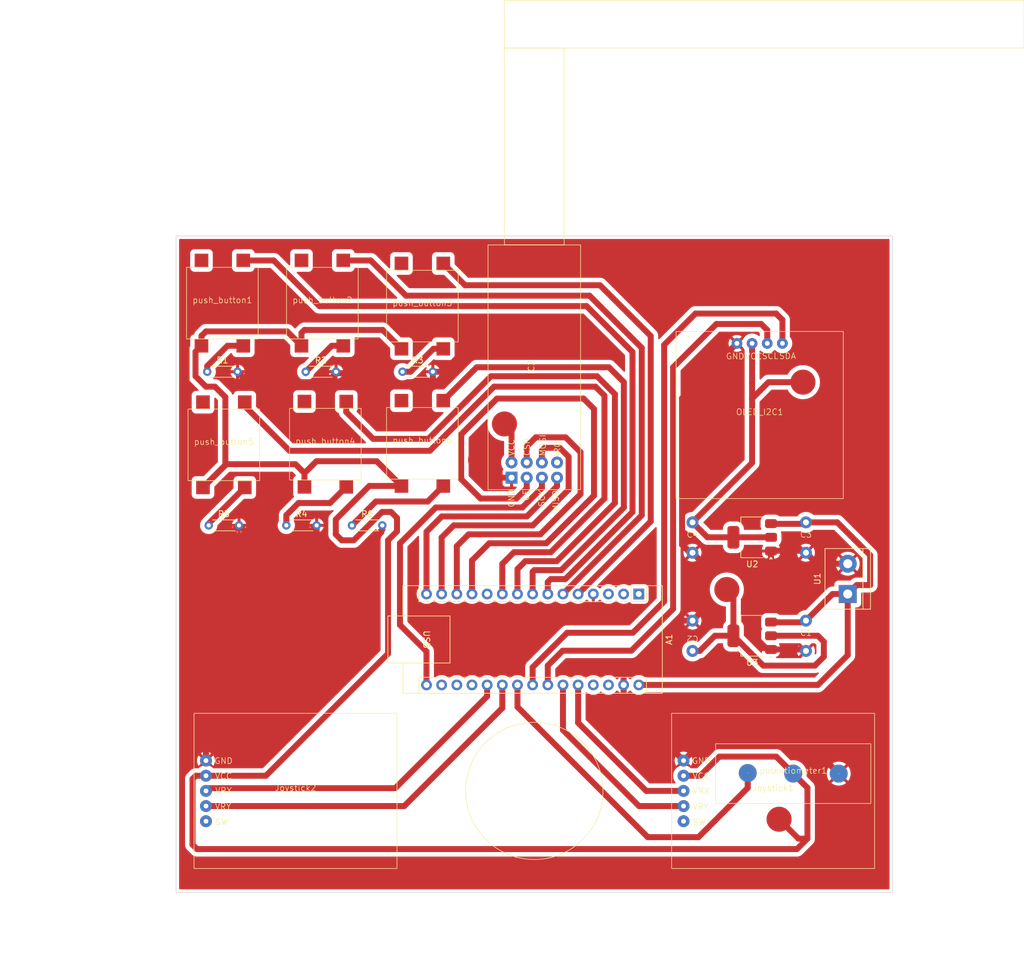
<source format=kicad_pcb>
(kicad_pcb (version 20240108) (generator "pcbnew") (generator_version "8.0")
  (layers (0 "F.Cu" signal) (31 "B.Cu" signal) (34 "B.Paste" user) (35 "F.Paste" user) (36 "B.SilkS" user "B.Silkscreen") (37 "F.SilkS" user "F.Silkscreen") (38 "B.Mask" user) (39 "F.Mask" user) (44 "Edge.Cuts" user))
  (net 0 "")
  (net 1 "B4")
  (net 2 "I2C2_SDA")
  (net 3 "B3")
  (net 4 "B2")
  (net 5 "GND")
  (net 6 "SPI2_CSN")
  (net 7 "SPI2_MOSI")
  (net 8 "I2C2_SCL")
  (net 9 "B1")
  (net 10 "B5")
  (net 11 "SPI2_SCK")
  (net 12 "AX1")
  (net 13 "B6")
  (net 14 "3.3V")
  (net 15 "NRF_CE")
  (net 16 "SPI2_MISO")
  (net 17 "AY1")
  (net 18 "AX2")
  (net 19 "AY2")
  (net 20 "POT")
  (net 22 "Net-(R1-Pad1)")
  (net 24 "Net-(R2-Pad1)")
  (net 27 "Net-(R3-Pad1)")
  (net 28 "Net-(R4-Pad1)")
  (net 30 "Net-(R5-Pad1)")
  (net 32 "Net-(R6-Pad1)")
  (net 34 "VIN")
  (net 44 "5V")
  (footprint "M4_PCB:Push_Button" (layer "F.Cu") (at 113 56.25)
    (property "Reference" "push_button2" (at 0 -0.5 0) (layer "F.SilkS") (effects (font (thickness 0.1))))
    (property "Value" "~")
    (fp_rect (start -6 -6) (end 6 6) (stroke (width 0.1)) (fill none) (layer "F.SilkS"))
    (pad "1" smd rect (at -3.5 -7.143) (size 2.286 2.286) (layers "F.Cu" "F.Paste" "F.Mask"))
    (pad "2" smd rect (at 3.5 -7.143) (size 2.286 2.286) (layers "F.Cu" "F.Paste" "F.Mask") (net 4 "B2"))
    (pad "3" smd rect (at -3.5 7.143) (size 2.286 2.286) (layers "F.Cu" "F.Paste" "F.Mask") (net 44 "5V"))
    (pad "4" smd rect (at 3.5 7.143) (size 2.286 2.286) (layers "F.Cu" "F.Paste" "F.Mask") (net 24 "Net-(R2-Pad1)"))
  )
  (footprint "M4_PCB:two_pin_headers2.54" (layer "F.Cu") (at 194 95.5375)
    (property "Reference" "C3" (at 0 -0.5 0) (layer "F.SilkS") (effects (font (thickness 0.1))))
    (property "Value" "C_Polarized")
    (pad "1" thru_hole circle (at 0 -2.54) (size 2 2) (drill 1) (layers "*.Cu" "*.Mask") (net 34 "VIN"))
    (pad "2" thru_hole circle (at 0 2.54) (size 2 2) (drill 1) (layers "*.Cu" "*.Mask") (net 5 "GND"))
  )
  (footprint "Resistor_THT:R_Axial_DIN0204_L3.6mm_D1.6mm_P5.08mm_Horizontal" (layer "F.Cu") (at 106.96 93.5)
    (property "Reference" "R4" (at 2.54 -1.92 0) (layer "F.SilkS"))
    (property "Value" "10K")
    (fp_line (start 0.62 -0.92) (end 4.46 -0.92) (stroke (width 0.12)) (layer "F.SilkS"))
    (fp_line (start 0.62 0.92) (end 4.46 0.92) (stroke (width 0.12)) (layer "F.SilkS"))
    (pad "1" thru_hole circle (at 0 0) (size 1.4 1.4) (drill 0.7) (layers "*.Cu" "*.Mask") (net 28 "Net-(R4-Pad1)"))
    (pad "2" thru_hole oval (at 5.08 0) (size 1.4 1.4) (drill 0.7) (layers "*.Cu" "*.Mask") (net 5 "GND"))
  )
  (footprint "M4_PCB:OLED" (layer "F.Cu") (at 186.25 75)
    (property "Reference" "OLED_I2C1" (at 0 -0.5 0) (layer "F.SilkS") (effects (font (thickness 0.1))))
    (property "Value" "~")
    (fp_rect (start -14 -14) (end 14 14) (stroke (width 0.1)) (fill none) (layer "F.SilkS"))
    (fp_text user "SDA" (at 3.2 -9.3 0) (layer "F.SilkS") (effects (font (thickness 0.1)) (justify left bottom)))
    (fp_text user "GND" (at -5.7 -9.25 0) (layer "F.SilkS") (effects (font (thickness 0.1)) (justify left bottom)))
    (fp_text user "SCL" (at 0.3 -9.3 0) (layer "F.SilkS") (effects (font (thickness 0.1)) (justify left bottom)))
    (fp_text user "VCC" (at -2.5 -9.25 0) (layer "F.SilkS") (effects (font (thickness 0.1)) (justify left bottom)))
    (pad "1" thru_hole circle (at -3.81 -12) (size 1.8 1.8) (drill 0.8) (layers "*.Cu" "*.Mask") (net 5 "GND"))
    (pad "2" thru_hole circle (at -1.27 -12) (size 1.8 1.8) (drill 0.8) (layers "*.Cu" "*.Mask") (net 14 "3.3V"))
    (pad "3" thru_hole circle (at 1.27 -12) (size 1.8 1.8) (drill 0.8) (layers "*.Cu" "*.Mask") (net 8 "I2C2_SCL"))
    (pad "4" thru_hole circle (at 3.81 -12) (size 1.8 1.8) (drill 0.8) (layers "*.Cu" "*.Mask") (net 2 "I2C2_SDA"))
  )
  (footprint "M4_PCB:Push_Button" (layer "F.Cu") (at 129.75 56.75)
    (property "Reference" "push_button3" (at 0 -0.5 0) (layer "F.SilkS") (effects (font (thickness 0.1))))
    (property "Value" "~")
    (fp_rect (start -6 -6) (end 6 6) (stroke (width 0.1)) (fill none) (layer "F.SilkS"))
    (pad "1" smd rect (at -3.5 -7.143) (size 2.286 2.286) (layers "F.Cu" "F.Paste" "F.Mask"))
    (pad "2" smd rect (at 3.5 -7.143) (size 2.286 2.286) (layers "F.Cu" "F.Paste" "F.Mask") (net 3 "B3"))
    (pad "3" smd rect (at -3.5 7.143) (size 2.286 2.286) (layers "F.Cu" "F.Paste" "F.Mask") (net 44 "5V"))
    (pad "4" smd rect (at 3.5 7.143) (size 2.286 2.286) (layers "F.Cu" "F.Paste" "F.Mask") (net 27 "Net-(R3-Pad1)"))
  )
  (footprint "M4_PCB:POT" (layer "F.Cu") (at 191.87 135.1)
    (property "Reference" "potentiometer1" (at 0 -0.5 0) (layer "F.SilkS") (effects (font (thickness 0.1))))
    (property "Value" "~")
    (fp_rect (start -13 -5) (end 13 5) (stroke (width 0.1)) (fill none) (layer "F.SilkS"))
    (pad "1" thru_hole circle (at -7.62 -0.1) (size 3 3) (drill 0.1) (layers "*.Cu" "*.Mask") (net 20 "POT"))
    (pad "2" thru_hole circle (at 0 0) (size 3 3) (drill 0.1) (layers "*.Cu" "*.Mask") (net 44 "5V"))
    (pad "3" thru_hole circle (at 7.62 0) (size 3 3) (drill 0.11) (layers "*.Cu" "*.Mask") (net 5 "GND"))
  )
  (footprint "M4_PCB:two_pin_headers2.54" (layer "F.Cu") (at 194 112)
    (property "Reference" "C1" (at 0 -0.5 0) (layer "F.SilkS") (effects (font (thickness 0.1))))
    (property "Value" "C_Polarized")
    (pad "1" thru_hole circle (at 0 -2.54) (size 2 2) (drill 1) (layers "*.Cu" "*.Mask") (net 34 "VIN"))
    (pad "2" thru_hole circle (at 0 2.54) (size 2 2) (drill 1) (layers "*.Cu" "*.Mask") (net 5 "GND"))
  )
  (footprint "M4_PCB:Joystick" (layer "F.Cu") (at 108.5 138)
    (property "Reference" "Joystick2" (at 0 -0.5 0) (layer "F.SilkS") (effects (font (thickness 0.1))))
    (property "Value" "~")
    (fp_rect (start -17 -13) (end 17 13) (stroke (width 0.1)) (fill none) (layer "F.SilkS"))
    (fp_text user "SW" (at -13.5 5.8 0) (layer "F.SilkS") (effects (font (thickness 0.1)) (justify left bottom)))
    (fp_text user "VRY" (at -13.55 3.2 0) (layer "F.SilkS") (effects (font (thickness 0.1)) (justify left bottom)))
    (fp_text user "VRX" (at -13.5 0.55 0) (layer "F.SilkS") (effects (font (thickness 0.1)) (justify left bottom)))
    (fp_text user "VCC" (at -13.55 -1.9 0) (layer "F.SilkS") (effects (font (thickness 0.1)) (justify left bottom)))
    (fp_text user "GND" (at -13.65 -4.45 0) (layer "F.SilkS") (effects (font (thickness 0.1)) (justify left bottom)))
    (pad "1" thru_hole circle (at -15 -5.08) (size 2 2) (drill 0.8) (layers "*.Cu" "*.Mask") (net 5 "GND"))
    (pad "2" thru_hole circle (at -15 -2.54) (size 2 2) (drill 0.8) (layers "*.Cu" "*.Mask") (net 44 "5V"))
    (pad "3" thru_hole circle (at -15 0) (size 2 2) (drill 0.8) (layers "*.Cu" "*.Mask") (net 18 "AX2"))
    (pad "4" thru_hole circle (at -15 2.54) (size 2 2) (drill 0.8) (layers "*.Cu" "*.Mask") (net 19 "AY2"))
    (pad "5" thru_hole circle (at -15 5.08) (size 2 2) (drill 0.8) (layers "*.Cu" "*.Mask"))
  )
  (footprint "M4_PCB:Push_Button" (layer "F.Cu") (at 129.75 79.75)
    (property "Reference" "push_button6" (at 0 -0.5 0) (layer "F.SilkS") (effects (font (thickness 0.1))))
    (property "Value" "~")
    (fp_rect (start -6 -6) (end 6 6) (stroke (width 0.1)) (fill none) (layer "F.SilkS"))
    (pad "1" smd rect (at -3.5 -7.143) (size 2.286 2.286) (layers "F.Cu" "F.Paste" "F.Mask"))
    (pad "2" smd rect (at 3.5 -7.143) (size 2.286 2.286) (layers "F.Cu" "F.Paste" "F.Mask") (net 13 "B6"))
    (pad "3" smd rect (at -3.5 7.143) (size 2.286 2.286) (layers "F.Cu" "F.Paste" "F.Mask") (net 44 "5V"))
    (pad "4" smd rect (at 3.5 7.143) (size 2.286 2.286) (layers "F.Cu" "F.Paste" "F.Mask") (net 32 "Net-(R6-Pad1)"))
  )
  (footprint "M4_PCB:two_pin_headers2.54" (layer "F.Cu") (at 175 95.5375)
    (property "Reference" "C4" (at 0 -0.5 0) (layer "F.SilkS") (effects (font (thickness 0.1))))
    (property "Value" "C_Polarized")
    (pad "1" thru_hole circle (at 0 -2.54) (size 2 2) (drill 1) (layers "*.Cu" "*.Mask") (net 14 "3.3V"))
    (pad "2" thru_hole circle (at 0 2.54) (size 2 2) (drill 1) (layers "*.Cu" "*.Mask") (net 5 "GND"))
  )
  (footprint "M4_PCB:Joystick" (layer "F.Cu") (at 188.5 138)
    (property "Reference" "Joystick1" (at 0 -0.5 0) (layer "F.SilkS") (effects (font (thickness 0.1))))
    (property "Value" "~")
    (fp_rect (start -17 -13) (end 17 13) (stroke (width 0.1)) (fill none) (layer "F.SilkS"))
    (fp_text user "GND" (at -13.65 -4.45 0) (layer "F.SilkS") (effects (font (thickness 0.1)) (justify left bottom)))
    (fp_text user "VCC" (at -13.55 -1.9 0) (layer "F.SilkS") (effects (font (thickness 0.1)) (justify left bottom)))
    (fp_text user "VRX" (at -13.5 0.55 0) (layer "F.SilkS") (effects (font (thickness 0.1)) (justify left bottom)))
    (fp_text user "VRY" (at -13.55 3.2 0) (layer "F.SilkS") (effects (font (thickness 0.1)) (justify left bottom)))
    (fp_text user "SW" (at -13.5 5.8 0) (layer "F.SilkS") (effects (font (thickness 0.1)) (justify left bottom)))
    (pad "1" thru_hole circle (at -15 -5.08) (size 2 2) (drill 0.8) (layers "*.Cu" "*.Mask") (net 5 "GND"))
    (pad "2" thru_hole circle (at -15 -2.54) (size 2 2) (drill 0.8) (layers "*.Cu" "*.Mask") (net 44 "5V"))
    (pad "3" thru_hole circle (at -15 0) (size 2 2) (drill 0.8) (layers "*.Cu" "*.Mask") (net 12 "AX1"))
    (pad "4" thru_hole circle (at -15 2.54) (size 2 2) (drill 0.8) (layers "*.Cu" "*.Mask") (net 17 "AY1"))
    (pad "5" thru_hole circle (at -15 5.08) (size 2 2) (drill 0.8) (layers "*.Cu" "*.Mask"))
  )
  (footprint "M4_PCB:two_pin_headers2.54" (layer "F.Cu") (at 175 112 180)
    (property "Reference" "C2" (at 0 -0.5 180) (layer "F.SilkS") (effects (font (thickness 0.1))))
    (property "Value" "C_Polarized")
    (pad "1" thru_hole circle (at 0 -2.54 180) (size 2 2) (drill 1) (layers "*.Cu" "*.Mask") (net 44 "5V"))
    (pad "2" thru_hole circle (at 0 2.54 180) (size 2 2) (drill 1) (layers "*.Cu" "*.Mask") (net 5 "GND"))
  )
  (footprint "Module:Arduino_Nano" (layer "F.Cu") (at 166 105 -90)
    (property "Reference" "A1" (at 7.62 -5.08 90) (layer "F.SilkS"))
    (property "Value" "Arduino_Nano_Every")
    (fp_line (start 3.68 42.04) (end 3.68 31.62) (stroke (width 0.12)) (layer "F.SilkS"))
    (fp_line (start 11.56 42.04) (end 3.68 42.04) (stroke (width 0.12)) (layer "F.SilkS"))
    (fp_line (start -1.4 39.5) (end 3.68 39.5) (stroke (width 0.12)) (layer "F.SilkS"))
    (fp_line (start 16.64 39.5) (end 11.56 39.5) (stroke (width 0.12)) (layer "F.SilkS"))
    (fp_line (start 16.64 39.5) (end 16.64 -3.94) (stroke (width 0.12)) (layer "F.SilkS"))
    (fp_line (start 1.27 36.83) (end -1.4 36.83) (stroke (width 0.12)) (layer "F.SilkS"))
    (fp_line (start 13.97 36.83) (end 16.64 36.83) (stroke (width 0.12)) (layer "F.SilkS"))
    (fp_line (start 3.68 31.62) (end 11.56 31.62) (stroke (width 0.12)) (layer "F.SilkS"))
    (fp_line (start 11.56 31.62) (end 11.56 42.04) (stroke (width 0.12)) (layer "F.SilkS"))
    (fp_line (start -1.4 1.27) (end -1.4 39.5) (stroke (width 0.12)) (layer "F.SilkS"))
    (fp_line (start 1.27 1.27) (end 1.27 36.83) (stroke (width 0.12)) (layer "F.SilkS"))
    (fp_line (start 1.27 1.27) (end -1.4 1.27) (stroke (width 0.12)) (layer "F.SilkS"))
    (fp_line (start 1.27 1.27) (end 1.27 -1.27) (stroke (width 0.12)) (layer "F.SilkS"))
    (fp_line (start 1.27 -1.27) (end -1.4 -1.27) (stroke (width 0.12)) (layer "F.SilkS"))
    (fp_line (start 13.97 -1.27) (end 13.97 36.83) (stroke (width 0.12)) (layer "F.SilkS"))
    (fp_line (start 13.97 -1.27) (end 16.64 -1.27) (stroke (width 0.12)) (layer "F.SilkS"))
    (fp_line (start -1.4 -3.94) (end -1.4 -1.27) (stroke (width 0.12)) (layer "F.SilkS"))
    (fp_line (start 16.64 -3.94) (end -1.4 -3.94) (stroke (width 0.12)) (layer "F.SilkS"))
    (pad "1" thru_hole rect (at 0 0 270) (size 1.8 1.8) (drill 1) (layers "*.Cu" "*.Mask"))
    (pad "2" thru_hole oval (at 0 2.54 270) (size 1.8 1.8) (drill 1) (layers "*.Cu" "*.Mask"))
    (pad "3" thru_hole oval (at 0 5.08 270) (size 1.8 1.8) (drill 1) (layers "*.Cu" "*.Mask"))
    (pad "4" thru_hole oval (at 0 7.62 270) (size 1.8 1.8) (drill 1) (layers "*.Cu" "*.Mask") (net 5 "GND"))
    (pad "5" thru_hole oval (at 0 10.16 270) (size 1.8 1.8) (drill 1) (layers "*.Cu" "*.Mask") (net 3 "B3"))
    (pad "6" thru_hole oval (at 0 12.7 270) (size 1.8 1.8) (drill 1) (layers "*.Cu" "*.Mask") (net 4 "B2"))
    (pad "7" thru_hole oval (at 0 15.24 270) (size 1.8 1.8) (drill 1) (layers "*.Cu" "*.Mask") (net 9 "B1"))
    (pad "8" thru_hole oval (at 0 17.78 270) (size 1.8 1.8) (drill 1) (layers "*.Cu" "*.Mask") (net 13 "B6"))
    (pad "9" thru_hole oval (at 0 20.32 270) (size 1.8 1.8) (drill 1) (layers "*.Cu" "*.Mask") (net 1 "B4"))
    (pad "10" thru_hole oval (at 0 22.86 270) (size 1.8 1.8) (drill 1) (layers "*.Cu" "*.Mask") (net 10 "B5"))
    (pad "11" thru_hole oval (at 0 25.4 270) (size 1.8 1.8) (drill 1) (layers "*.Cu" "*.Mask"))
    (pad "12" thru_hole oval (at 0 27.94 270) (size 1.8 1.8) (drill 1) (layers "*.Cu" "*.Mask") (net 15 "NRF_CE"))
    (pad "13" thru_hole oval (at 0 30.48 270) (size 1.8 1.8) (drill 1) (layers "*.Cu" "*.Mask") (net 6 "SPI2_CSN"))
    (pad "14" thru_hole oval (at 0 33.02 270) (size 1.8 1.8) (drill 1) (layers "*.Cu" "*.Mask") (net 7 "SPI2_MOSI"))
    (pad "15" thru_hole oval (at 0 35.56 270) (size 1.8 1.8) (drill 1) (layers "*.Cu" "*.Mask") (net 16 "SPI2_MISO"))
    (pad "16" thru_hole oval (at 15.24 35.56 270) (size 1.8 1.8) (drill 1) (layers "*.Cu" "*.Mask") (net 11 "SPI2_SCK"))
    (pad "17" thru_hole oval (at 15.24 33.02 270) (size 1.8 1.8) (drill 1) (layers "*.Cu" "*.Mask"))
    (pad "18" thru_hole oval (at 15.24 30.48 270) (size 1.8 1.8) (drill 1) (layers "*.Cu" "*.Mask"))
    (pad "19" thru_hole oval (at 15.24 27.94 270) (size 1.8 1.8) (drill 1) (layers "*.Cu" "*.Mask"))
    (pad "20" thru_hole oval (at 15.24 25.4 270) (size 1.8 1.8) (drill 1) (layers "*.Cu" "*.Mask") (net 18 "AX2"))
    (pad "21" thru_hole oval (at 15.24 22.86 270) (size 1.8 1.8) (drill 1) (layers "*.Cu" "*.Mask") (net 19 "AY2"))
    (pad "22" thru_hole oval (at 15.24 20.32 270) (size 1.8 1.8) (drill 1) (layers "*.Cu" "*.Mask") (net 20 "POT"))
    (pad "23" thru_hole oval (at 15.24 17.78 270) (size 1.8 1.8) (drill 1) (layers "*.Cu" "*.Mask") (net 2 "I2C2_SDA"))
    (pad "24" thru_hole oval (at 15.24 15.24 270) (size 1.8 1.8) (drill 1) (layers "*.Cu" "*.Mask") (net 8 "I2C2_SCL"))
    (pad "25" thru_hole oval (at 15.24 12.7 270) (size 1.8 1.8) (drill 1) (layers "*.Cu" "*.Mask") (net 17 "AY1"))
    (pad "26" thru_hole oval (at 15.24 10.16 270) (size 1.8 1.8) (drill 1) (layers "*.Cu" "*.Mask") (net 12 "AX1"))
    (pad "27" thru_hole oval (at 15.24 7.62 270) (size 1.8 1.8) (drill 1) (layers "*.Cu" "*.Mask"))
    (pad "28" thru_hole oval (at 15.24 5.08 270) (size 1.8 1.8) (drill 1) (layers "*.Cu" "*.Mask"))
    (pad "29" thru_hole oval (at 15.24 2.54 270) (size 1.8 1.8) (drill 1) (layers "*.Cu" "*.Mask") (net 5 "GND"))
    (pad "30" thru_hole oval (at 15.24 0 270) (size 1.8 1.8) (drill 1) (layers "*.Cu" "*.Mask") (net 34 "VIN"))
  )
  (footprint "M4_PCB:Push_Button" (layer "F.Cu") (at 113.5 79.893)
    (property "Reference" "push_button4" (at 0 -0.5 0) (layer "F.SilkS") (effects (font (thickness 0.1))))
    (property "Value" "~")
    (fp_rect (start -6 -6) (end 6 6) (stroke (width 0.1)) (fill none) (layer "F.SilkS"))
    (pad "1" smd rect (at -3.5 -7.143) (size 2.286 2.286) (layers "F.Cu" "F.Paste" "F.Mask"))
    (pad "2" smd rect (at 3.5 -7.143) (size 2.286 2.286) (layers "F.Cu" "F.Paste" "F.Mask") (net 1 "B4"))
    (pad "3" smd rect (at -3.5 7.143) (size 2.286 2.286) (layers "F.Cu" "F.Paste" "F.Mask") (net 44 "5V"))
    (pad "4" smd rect (at 3.5 7.143) (size 2.286 2.286) (layers "F.Cu" "F.Paste" "F.Mask") (net 28 "Net-(R4-Pad1)"))
  )
  (footprint "TerminalBlock:TerminalBlock_bornier-2_P5.08mm" (layer "F.Cu") (at 201 105 90)
    (property "Reference" "U1" (at 2.54 -5.08 -90) (layer "F.SilkS"))
    (property "Value" "~")
    (fp_line (start 7.62 -3.81) (end -2.54 -3.81) (stroke (width 0.12)) (layer "F.SilkS"))
    (fp_line (start -2.54 -3.81) (end -2.54 3.81) (stroke (width 0.12)) (layer "F.SilkS"))
    (fp_line (start 7.62 2.54) (end -2.54 2.54) (stroke (width 0.12)) (layer "F.SilkS"))
    (fp_line (start 7.62 3.81) (end 7.62 -3.81) (stroke (width 0.12)) (layer "F.SilkS"))
    (fp_line (start -2.54 3.81) (end 7.62 3.81) (stroke (width 0.12)) (layer "F.SilkS"))
    (pad "1" thru_hole rect (at 0 0 90) (size 3 3) (drill 1.52) (layers "*.Cu" "*.Mask") (net 34 "VIN"))
    (pad "2" thru_hole circle (at 5.08 0 90) (size 3 3) (drill 1.52) (layers "*.Cu" "*.Mask") (net 5 "GND"))
  )
  (footprint "Resistor_THT:R_Axial_DIN0204_L3.6mm_D1.6mm_P5.08mm_Horizontal" (layer "F.Cu") (at 93.71 67.75)
    (property "Reference" "R1" (at 2.54 -1.92 0) (layer "F.SilkS"))
    (property "Value" "10K")
    (fp_line (start 0.62 -0.92) (end 4.46 -0.92) (stroke (width 0.12)) (layer "F.SilkS"))
    (fp_line (start 0.62 0.92) (end 4.46 0.92) (stroke (width 0.12)) (layer "F.SilkS"))
    (pad "1" thru_hole circle (at 0 0) (size 1.4 1.4) (drill 0.7) (layers "*.Cu" "*.Mask") (net 22 "Net-(R1-Pad1)"))
    (pad "2" thru_hole oval (at 5.08 0) (size 1.4 1.4) (drill 0.7) (layers "*.Cu" "*.Mask") (net 5 "GND"))
  )
  (footprint "M4_PCB:Push_Button" (layer "F.Cu") (at 96.25 56.25)
    (property "Reference" "push_button1" (at 0 -0.5 0) (layer "F.SilkS") (effects (font (thickness 0.1))))
    (property "Value" "~")
    (fp_rect (start -6 -6) (end 6 6) (stroke (width 0.1)) (fill none) (layer "F.SilkS"))
    (pad "1" smd rect (at -3.5 -7.143) (size 2.286 2.286) (layers "F.Cu" "F.Paste" "F.Mask"))
    (pad "2" smd rect (at 3.5 -7.143) (size 2.286 2.286) (layers "F.Cu" "F.Paste" "F.Mask") (net 9 "B1"))
    (pad "3" smd rect (at -3.5 7.143) (size 2.286 2.286) (layers "F.Cu" "F.Paste" "F.Mask") (net 44 "5V"))
    (pad "4" smd rect (at 3.5 7.143) (size 2.286 2.286) (layers "F.Cu" "F.Paste" "F.Mask") (net 22 "Net-(R1-Pad1)"))
  )
  (footprint "Resistor_THT:R_Axial_DIN0204_L3.6mm_D1.6mm_P5.08mm_Horizontal" (layer "F.Cu") (at 117.96 93.5)
    (property "Reference" "R6" (at 2.54 -1.92 0) (layer "F.SilkS"))
    (property "Value" "10K")
    (fp_line (start 0.62 -0.92) (end 4.46 -0.92) (stroke (width 0.12)) (layer "F.SilkS"))
    (fp_line (start 0.62 0.92) (end 4.46 0.92) (stroke (width 0.12)) (layer "F.SilkS"))
    (pad "1" thru_hole circle (at 0 0) (size 1.4 1.4) (drill 0.7) (layers "*.Cu" "*.Mask") (net 32 "Net-(R6-Pad1)"))
    (pad "2" thru_hole oval (at 5.08 0) (size 1.4 1.4) (drill 0.7) (layers "*.Cu" "*.Mask") (net 5 "GND"))
  )
  (footprint "Resistor_THT:R_Axial_DIN0204_L3.6mm_D1.6mm_P5.08mm_Horizontal" (layer "F.Cu") (at 126.42 67.75)
    (property "Reference" "R3" (at 2.54 -1.92 0) (layer "F.SilkS"))
    (property "Value" "10K")
    (fp_line (start 0.62 -0.92) (end 4.46 -0.92) (stroke (width 0.12)) (layer "F.SilkS"))
    (fp_line (start 0.62 0.92) (end 4.46 0.92) (stroke (width 0.12)) (layer "F.SilkS"))
    (pad "1" thru_hole circle (at 0 0) (size 1.4 1.4) (drill 0.7) (layers "*.Cu" "*.Mask") (net 27 "Net-(R3-Pad1)"))
    (pad "2" thru_hole oval (at 5.08 0) (size 1.4 1.4) (drill 0.7) (layers "*.Cu" "*.Mask") (net 5 "GND"))
  )
  (footprint "Resistor_THT:R_Axial_DIN0204_L3.6mm_D1.6mm_P5.08mm_Horizontal" (layer "F.Cu") (at 110.21 67.75)
    (property "Reference" "R2" (at 2.54 -1.92 0) (layer "F.SilkS"))
    (property "Value" "10K")
    (fp_line (start 0.62 -0.92) (end 4.46 -0.92) (stroke (width 0.12)) (layer "F.SilkS"))
    (fp_line (start 0.62 0.92) (end 4.46 0.92) (stroke (width 0.12)) (layer "F.SilkS"))
    (pad "1" thru_hole circle (at 0 0) (size 1.4 1.4) (drill 0.7) (layers "*.Cu" "*.Mask") (net 24 "Net-(R2-Pad1)"))
    (pad "2" thru_hole oval (at 5.08 0) (size 1.4 1.4) (drill 0.7) (layers "*.Cu" "*.Mask") (net 5 "GND"))
  )
  (footprint "Package_TO_SOT_SMD:SOT-223-3_TabPin2" (layer "F.Cu") (at 185 112 180)
    (property "Reference" "U3" (at 0 -4.5 180) (layer "F.SilkS"))
    (property "Value" "AMS1117-5.0")
    (fp_line (start 1.91 3.41) (end 1.91 2.15) (stroke (width 0.12)) (layer "F.SilkS"))
    (fp_line (start 1.91 -3.41) (end 1.91 -2.15) (stroke (width 0.12)) (layer "F.SilkS"))
    (fp_line (start -1.85 3.41) (end 1.91 3.41) (stroke (width 0.12)) (layer "F.SilkS"))
    (fp_line (start -1.85 -3.41) (end 1.91 -3.41) (stroke (width 0.12)) (layer "F.SilkS"))
    (fp_poly (pts (xy -3.13 -3.31) (xy -3.37 -3.64) (xy -2.89 -3.64) (xy -3.13 -3.31)) (stroke (width 0.12)) (fill solid) (layer "F.SilkS"))
    (pad "1" smd roundrect (at -3.15 -2.3 180) (size 2 1.5) (layers "F.Cu" "F.Paste" "F.Mask") (net 5 "GND"))
    (pad "2" smd roundrect (at -3.15 0 180) (size 2 1.5) (layers "F.Cu" "F.Paste" "F.Mask") (net 44 "5V"))
    (pad "2" smd roundrect (at 3.15 0 180) (size 2 3.8) (layers "F.Cu" "F.Paste" "F.Mask") (net 44 "5V"))
    (pad "3" smd roundrect (at -3.15 2.3 180) (size 2 1.5) (layers "F.Cu" "F.Paste" "F.Mask") (net 34 "VIN"))
  )
  (footprint "M4_PCB:Push_Button" (layer "F.Cu") (at 96.5 80)
    (property "Reference" "push_button5" (at 0 -0.5 0) (layer "F.SilkS") (effects (font (thickness 0.1))))
    (property "Value" "~")
    (fp_rect (start -6 -6) (end 6 6) (stroke (width 0.1)) (fill none) (layer "F.SilkS"))
    (pad "1" smd rect (at -3.5 -7.143) (size 2.286 2.286) (layers "F.Cu" "F.Paste" "F.Mask"))
    (pad "2" smd rect (at 3.5 -7.143) (size 2.286 2.286) (layers "F.Cu" "F.Paste" "F.Mask") (net 10 "B5"))
    (pad "3" smd rect (at -3.5 7.143) (size 2.286 2.286) (layers "F.Cu" "F.Paste" "F.Mask") (net 44 "5V"))
    (pad "4" smd rect (at 3.5 7.143) (size 2.286 2.286) (layers "F.Cu" "F.Paste" "F.Mask") (net 30 "Net-(R5-Pad1)"))
  )
  (footprint "Package_TO_SOT_SMD:SOT-223-3_TabPin2" (layer "F.Cu") (at 185 95.5 180)
    (property "Reference" "U2" (at 0 -4.5 180) (layer "F.SilkS"))
    (property "Value" "AMS1117-3.3")
    (fp_line (start 1.91 3.41) (end 1.91 2.15) (stroke (width 0.12)) (layer "F.SilkS"))
    (fp_line (start 1.91 -3.41) (end 1.91 -2.15) (stroke (width 0.12)) (layer "F.SilkS"))
    (fp_line (start -1.85 3.41) (end 1.91 3.41) (stroke (width 0.12)) (layer "F.SilkS"))
    (fp_line (start -1.85 -3.41) (end 1.91 -3.41) (stroke (width 0.12)) (layer "F.SilkS"))
    (fp_poly (pts (xy -3.13 -3.31) (xy -3.37 -3.64) (xy -2.89 -3.64) (xy -3.13 -3.31)) (stroke (width 0.12)) (fill solid) (layer "F.SilkS"))
    (pad "1" smd roundrect (at -3.15 -2.3 180) (size 2 1.5) (layers "F.Cu" "F.Paste" "F.Mask") (net 5 "GND"))
    (pad "2" smd roundrect (at -3.15 0 180) (size 2 1.5) (layers "F.Cu" "F.Paste" "F.Mask") (net 14 "3.3V"))
    (pad "2" smd roundrect (at 3.15 0 180) (size 2 3.8) (layers "F.Cu" "F.Paste" "F.Mask") (net 14 "3.3V"))
    (pad "3" smd roundrect (at -3.15 2.3 180) (size 2 1.5) (layers "F.Cu" "F.Paste" "F.Mask") (net 34 "VIN"))
  )
  (footprint "M4_PCB:NRF_ANTENNA" (layer "F.Cu") (at 148.5 67 90)
    (property "Reference" "IC2" (at 0 -0.5 90) (layer "F.SilkS") (effects (font (thickness 0.1))))
    (property "Value" "~")
    (fp_line (start -20.5 -7.75) (end 20.5 -7.75) (stroke (width 0.1)) (layer "F.SilkS"))
    (fp_line (start -20.5 -7.75) (end -20.5 7.75) (stroke (width 0.1)) (layer "F.SilkS"))
    (fp_line (start 20.5 7.75) (end 20.5 -7.75) (stroke (width 0.1)) (layer "F.SilkS"))
    (fp_line (start -20.5 7.75) (end 20.5 7.75) (stroke (width 0.1)) (layer "F.SilkS"))
    (fp_rect (start 53.5 -5) (end 61.5 82) (stroke (width 0.1)) (fill none) (layer "F.SilkS"))
    (fp_rect (start 20.5 -5) (end 53.5 5) (stroke (width 0.1)) (fill none) (layer "F.SilkS"))
    (fp_text user "VCC" (at -14.95 -3.25 90) (layer "F.SilkS") (effects (font (thickness 0.1)) (justify left bottom)))
    (fp_text user "MOSI" (at -14.95 2 90) (layer "F.SilkS") (effects (font (thickness 0.1)) (justify left bottom)))
    (fp_text user "SCK" (at -23.45 1.85 90) (layer "F.SilkS") (effects (font (thickness 0.1)) (justify left bottom)))
    (fp_text user "GND" (at -23.55 -3.25 90) (layer "F.SilkS") (effects (font (thickness 0.1)) (justify left bottom)))
    (fp_text user "MISO" (at -24.25 4.2 90) (layer "F.SilkS") (effects (font (thickness 0.1)) (justify left bottom)))
    (fp_text user "CE" (at -22.45 -0.8 90) (layer "F.SilkS") (effects (font (thickness 0.1)) (justify left bottom)))
    (pad "1" thru_hole rect (at -18.5 -3.81 90) (size 2 2) (drill 1) (layers "*.Cu" "*.Mask") (net 5 "GND"))
    (pad "2" thru_hole circle (at -15.96 -3.81 90) (size 2 2) (drill 1) (layers "*.Cu" "*.Mask") (net 14 "3.3V"))
    (pad "3" thru_hole circle (at -18.5 -1.27 90) (size 2 2) (drill 1) (layers "*.Cu" "*.Mask") (net 15 "NRF_CE"))
    (pad "4" thru_hole circle (at -15.96 -1.27 90) (size 2 2) (drill 1) (layers "*.Cu" "*.Mask") (net 6 "SPI2_CSN"))
    (pad "5" thru_hole circle (at -18.5 1.27 90) (size 2 2) (drill 1) (layers "*.Cu" "*.Mask") (net 11 "SPI2_SCK"))
    (pad "6" thru_hole circle (at -15.96 1.27 90) (size 2 2) (drill 1) (layers "*.Cu" "*.Mask") (net 7 "SPI2_MOSI"))
    (pad "7" thru_hole circle (at -18.5 3.81 90) (size 2 2) (drill 1) (layers "*.Cu" "*.Mask") (net 16 "SPI2_MISO"))
    (pad "8" thru_hole circle (at -15.96 3.81 90) (size 2 2) (drill 1) (layers "*.Cu" "*.Mask"))
  )
  (footprint "Resistor_THT:R_Axial_DIN0204_L3.6mm_D1.6mm_P5.08mm_Horizontal" (layer "F.Cu") (at 93.96 93.5)
    (property "Reference" "R5" (at 2.54 -1.92 0) (layer "F.SilkS"))
    (property "Value" "10K")
    (fp_line (start 0.62 -0.92) (end 4.46 -0.92) (stroke (width 0.12)) (layer "F.SilkS"))
    (fp_line (start 0.62 0.92) (end 4.46 0.92) (stroke (width 0.12)) (layer "F.SilkS"))
    (pad "1" thru_hole circle (at 0 0) (size 1.4 1.4) (drill 0.7) (layers "*.Cu" "*.Mask") (net 30 "Net-(R5-Pad1)"))
    (pad "2" thru_hole oval (at 5.08 0) (size 1.4 1.4) (drill 0.7) (layers "*.Cu" "*.Mask") (net 5 "GND"))
  )
  (gr_circle (center 143.5 76.5) (end 145.5 76.5) (stroke (width 0.2)) (fill solid) (layer "F.Cu") (net 14))
  (gr_circle (center 189.5 142.75) (end 191.5 142.75) (stroke (width 0.2)) (fill solid) (layer "F.Cu") (net 44))
  (gr_circle (center 193.5 69.5) (end 195.5 69.5) (stroke (width 0.2)) (fill solid) (layer "F.Cu") (net 14))
  (gr_circle (center 142.5 60.75) (end 144.5 60.75) (stroke (width 0.2)) (fill solid) (layer "F.Cu") (net 5))
  (gr_circle (center 180.75 104.25) (end 182.75 104.25) (stroke (width 0.2)) (fill solid) (layer "F.Cu") (net 44))
  (gr_circle (center 109 113.25) (end 111 113.25) (stroke (width 0.2)) (fill solid) (layer "F.Cu") (net 5))
  (gr_circle (center 139.5 82.5) (end 141.5 82.5) (stroke (width 0.2)) (fill solid) (layer "F.Cu") (net 5))
  (gr_circle (center 175.5 124) (end 177.5 124) (stroke (width 0.2)) (fill solid) (layer "F.Cu") (net 5))
  (gr_circle (center 148.5 138) (end 160 138) (stroke (width 0.1)) (fill none) (layer "F.SilkS"))
  (gr_rect (start 88.5 45) (end 208.5 155) (stroke (width 0.1)) (fill none) (layer "Edge.Cuts"))
  (gr_text "IRQ" (at 152.95 82 90) (layer "F.SilkS") (effects (font (size 1 1) (thickness 0.1)) (justify left bottom)))
  (gr_text "USB" (at 130.44 112.62 -90) (layer "F.SilkS") (effects (font (size 1 1))))
  (gr_text "CSN" (at 147.85 81.9 90) (layer "F.SilkS") (effects (font (size 1 1) (thickness 0.1)) (justify left bottom)))
  (segment (start 117 72.75) (end 117 74.5) (width 1) (layer "F.Cu") (net 1))
  (segment (start 130.75 79) (end 141.25 68.5) (width 1) (layer "F.Cu") (net 1))
  (segment (start 121.5 79) (end 130.75 79) (width 1) (layer "F.Cu") (net 1))
  (segment (start 147 99.5) (end 145.68 100.82) (width 1) (layer "F.Cu") (net 1))
  (segment (start 145.68 100.82) (end 145.68 105) (width 1) (layer "F.Cu") (net 1))
  (segment (start 152.25 99.5) (end 147 99.5) (width 1) (layer "F.Cu") (net 1))
  (segment (start 159 68.5) (end 162 71.5) (width 1) (layer "F.Cu") (net 1))
  (segment (start 162 71.5) (end 162 89.75) (width 1) (layer "F.Cu") (net 1))
  (segment (start 117 74.5) (end 121.5 79) (width 1) (layer "F.Cu") (net 1))
  (segment (start 141.25 68.5) (end 159 68.5) (width 1) (layer "F.Cu") (net 1))
  (segment (start 162 89.75) (end 152.25 99.5) (width 1) (layer "F.Cu") (net 1))
  (segment (start 190.06 63) (end 190.06 59.06) (width 1) (layer "F.Cu") (net 2))
  (segment (start 175.5 58) (end 170.25 63.25) (width 1) (layer "F.Cu") (net 2))
  (segment (start 189 58) (end 175.5 58) (width 1) (layer "F.Cu") (net 2))
  (segment (start 148.22 117.28) (end 148.22 120.24) (width 1) (layer "F.Cu") (net 2))
  (segment (start 190.06 59.06) (end 189 58) (width 1) (layer "F.Cu") (net 2))
  (segment (start 165 111.5) (end 154 111.5) (width 1) (layer "F.Cu") (net 2))
  (segment (start 170.25 63.25) (end 170.25 106.25) (width 1) (layer "F.Cu") (net 2))
  (segment (start 170.25 106.25) (end 165 111.5) (width 1) (layer "F.Cu") (net 2))
  (segment (start 154 111.5) (end 148.22 117.28) (width 1) (layer "F.Cu") (net 2))
  (segment (start 168 92.84) (end 155.84 105) (width 1) (layer "F.Cu") (net 3))
  (segment (start 168 61.75) (end 168 92.84) (width 1) (layer "F.Cu") (net 3))
  (segment (start 133.25 49.607) (end 136.893 53.25) (width 1) (layer "F.Cu") (net 3))
  (segment (start 136.893 53.25) (end 159.5 53.25) (width 1) (layer "F.Cu") (net 3))
  (segment (start 159.5 53.25) (end 168 61.75) (width 1) (layer "F.Cu") (net 3))
  (segment (start 166.5 91.8) (end 153.3 105) (width 1) (layer "F.Cu") (net 4))
  (segment (start 116.5 49.107) (end 121.107 49.107) (width 1) (layer "F.Cu") (net 4))
  (segment (start 127 55) (end 157.75 55) (width 1) (layer "F.Cu") (net 4))
  (segment (start 166.5 63.75) (end 166.5 91.8) (width 1) (layer "F.Cu") (net 4))
  (segment (start 121.107 49.107) (end 127 55) (width 1) (layer "F.Cu") (net 4))
  (segment (start 157.75 55) (end 166.5 63.75) (width 1) (layer "F.Cu") (net 4))
  (segment (start 186 101.25) (end 186.5 100.75) (width 1) (layer "F.Cu") (net 5))
  (segment (start 112.04 96.04) (end 114.25 98.25) (width 1) (layer "F.Cu") (net 5))
  (segment (start 173.5 132.92) (end 176.67 129.75) (width 1) (layer "F.Cu") (net 5))
  (segment (start 133.25 67.75) (end 131.5 67.75) (width 1) (layer "F.Cu") (net 5))
  (segment (start 172.79 109.46) (end 163.46 118.79) (width 1) (layer "F.Cu") (net 5))
  (segment (start 119 98.25) (end 123.04 94.21) (width 1) (layer "F.Cu") (net 5))
  (segment (start 135.75 63) (end 140.25 63) (width 1) (layer "F.Cu") (net 5))
  (segment (start 104.58 113.25) (end 103.29 111.96) (width 1) (layer "F.Cu") (net 5))
  (segment (start 186.5 100.75) (end 184 100.75) (width 1) (layer "F.Cu") (net 5))
  (segment (start 176.67 129.75) (end 194.14 129.75) (width 1) (layer "F.Cu") (net 5))
  (segment (start 186 112.75) (end 186 101.25) (width 1) (layer "F.Cu") (net 5))
  (segment (start 163.46 120.24) (end 163.46 122.88) (width 1) (layer "F.Cu") (net 5))
  (segment (start 188.15 97.8) (end 188.15 99.1) (width 1) (layer "F.Cu") (net 5))
  (segment (start 131.5 69.25) (end 131.5 68.25) (width 1) (layer "F.Cu") (net 5))
  (segment (start 91.75 96) (end 90.25 94.5) (width 1) (layer "F.Cu") (net 5))
  (segment (start 131 69.75) (end 131.5 69.25) (width 1) (layer "F.Cu") (net 5))
  (segment (start 188.15 114.3) (end 187.55 114.3) (width 1) (layer "F.Cu") (net 5))
  (segment (start 133.75 58.75) (end 135.75 60.75) (width 1) (layer "F.Cu") (net 5))
  (segment (start 123.75 68) (end 125.5 69.75) (width 1) (layer "F.Cu") (net 5))
  (segment (start 93.5 121.75) (end 93.5 132.92) (width 1) (layer "F.Cu") (net 5))
  (segment (start 103.29 97.75) (end 103.29 111.96) (width 1) (layer "F.Cu") (net 5))
  (segment (start 175 98.0775) (end 176.75 99.8275) (width 1) (layer "F.Cu") (net 5))
  (segment (start 194 98.0775) (end 193.6725 97.75) (width 1) (layer "F.Cu") (net 5))
  (segment (start 93.25 58.75) (end 133.75 58.75) (width 1) (layer "F.Cu") (net 5))
  (segment (start 176.75 99.8275) (end 176.75 100.75) (width 1) (layer "F.Cu") (net 5))
  (segment (start 115.29 68) (end 123.75 68) (width 1) (layer "F.Cu") (net 5))
  (segment (start 135.75 65.25) (end 133.25 67.75) (width 1) (layer "F.Cu") (net 5))
  (segment (start 142.5 85.5) (end 139.5 82.5) (width 1) (layer "F.Cu") (net 5))
  (segment (start 163.46 122.88) (end 173.5 132.92) (width 1) (layer "F.Cu") (net 5))
  (segment (start 193.6725 97.75) (end 188.2 97.75) (width 1) (layer "F.Cu") (net 5))
  (segment (start 188.15 99.1) (end 186.5 100.75) (width 1) (layer "F.Cu") (net 5))
  (segment (start 90.25 61.75) (end 93.25 58.75) (width 1) (layer "F.Cu") (net 5))
  (segment (start 187.55 114.3) (end 186 112.75) (width 1) (layer "F.Cu") (net 5))
  (segment (start 184 100.75) (end 182.25 99) (width 1) (layer "F.Cu") (net 5))
  (segment (start 175 109.46) (end 172.79 109.46) (width 1) (layer "F.Cu") (net 5))
  (segment (start 173.25 96.75) (end 173.25 72.19) (width 1) (layer "F.Cu") (net 5))
  (segment (start 173.25 72.19) (end 182.44 63) (width 1) (layer "F.Cu") (net 5))
  (segment (start 194 114.54) (end 193.76 114.3) (width 1) (layer "F.Cu") (net 5))
  (segment (start 100.54 69.5) (end 113.79 69.5) (width 1) (layer "F.Cu") (net 5))
  (segment (start 175.5 128.58) (end 176.67 129.75) (width 1) (layer "F.Cu") (net 5))
  (segment (start 175.5 124) (end 175.5 128.58) (width 1) (layer "F.Cu") (net 5))
  (segment (start 182.25 99) (end 178.5 99) (width 1) (layer "F.Cu") (net 5))
  (segment (start 176.75 107.71) (end 175 109.46) (width 1) (layer "F.Cu") (net 5))
  (segment (start 195.8425 99.92) (end 194 98.0775) (width 1) (layer "F.Cu") (net 5))
  (segment (start 103.29 97.75) (end 107.79 97.75) (width 1) (layer "F.Cu") (net 5))
  (segment (start 99.04 93.5) (end 96.54 96) (width 1) (layer "F.Cu") (net 5))
  (segment (start 176.75 100.75) (end 176.75 107.71) (width 1) (layer "F.Cu") (net 5))
  (segment (start 163.46 118.79) (end 163.46 120.24) (width 1) (layer "F.Cu") (net 5))
  (segment (start 96.54 96) (end 91.75 96) (width 1) (layer "F.Cu") (net 5))
  (segment (start 123.04 94.21) (end 123.04 93.5) (width 1) (layer "F.Cu") (net 5))
  (segment (start 112.04 93.5) (end 112.04 96.04) (width 1) (layer "F.Cu") (net 5))
  (segment (start 113.79 69.5) (end 115.29 68) (width 1) (layer "F.Cu") (net 5))
  (segment (start 201 99.92) (end 195.8425 99.92) (width 1) (layer "F.Cu") (net 5))
  (segment (start 135.75 63) (end 135.75 65.25) (width 1) (layer "F.Cu") (net 5))
  (segment (start 140.25 63) (end 142.5 60.75) (width 1) (layer "F.Cu") (net 5))
  (segment (start 188.2 97.75) (end 188.15 97.8) (width 1) (layer "F.Cu") (net 5))
  (segment (start 109 113.25) (end 104.58 113.25) (width 1) (layer "F.Cu") (net 5))
  (segment (start 125.5 69.75) (end 131 69.75) (width 1) (layer "F.Cu") (net 5))
  (segment (start 99.04 93.5) (end 103.29 97.75) (width 1) (layer "F.Cu") (net 5))
  (segment (start 174.5775 98.0775) (end 173.25 96.75) (width 1) (layer "F.Cu") (net 5))
  (segment (start 194.14 129.75) (end 199.49 135.1) (width 1) (layer "F.Cu") (net 5))
  (segment (start 135.75 60.75) (end 135.75 63) (width 1) (layer "F.Cu") (net 5))
  (segment (start 103.29 111.96) (end 93.5 121.75) (width 1) (layer "F.Cu") (net 5))
  (segment (start 175 98.0775) (end 174.5775 98.0775) (width 1) (layer "F.Cu") (net 5))
  (segment (start 90.25 94.5) (end 90.25 61.75) (width 1) (layer "F.Cu") (net 5))
  (segment (start 193.76 114.3) (end 188.15 114.3) (width 1) (layer "F.Cu") (net 5))
  (segment (start 107.79 97.75) (end 112.04 93.5) (width 1) (layer "F.Cu") (net 5))
  (segment (start 144.69 85.5) (end 142.5 85.5) (width 1) (layer "F.Cu") (net 5))
  (segment (start 98.79 67.75) (end 100.54 69.5) (width 1) (layer "F.Cu") (net 5))
  (segment (start 114.25 98.25) (end 119 98.25) (width 1) (layer "F.Cu") (net 5))
  (segment (start 178.5 99) (end 176.75 100.75) (width 1) (layer "F.Cu") (net 5))
  (segment (start 156.25 88.25) (end 156.25 81.25) (width 1) (layer "F.Cu") (net 6))
  (segment (start 137.5 95) (end 149.5 95) (width 1) (layer "F.Cu") (net 6))
  (segment (start 135.52 96.98) (end 137.5 95) (width 1) (layer "F.Cu") (net 6))
  (segment (start 149.5 95) (end 156.25 88.25) (width 1) (layer "F.Cu") (net 6))
  (segment (start 147.23 80.27) (end 147.23 82.96) (width 1) (layer "F.Cu") (net 6))
  (segment (start 153.75 78.75) (end 148.75 78.75) (width 1) (layer "F.Cu") (net 6))
  (segment (start 135.52 105) (end 135.52 96.98) (width 1) (layer "F.Cu") (net 6))
  (segment (start 156.25 81.25) (end 153.75 78.75) (width 1) (layer "F.Cu") (net 6))
  (segment (start 147.23 83.322944) (end 147.25 83.302944) (width 1) (layer "F.Cu") (net 6))
  (segment (start 148.75 78.75) (end 147.23 80.27) (width 1) (layer "F.Cu") (net 6))
  (segment (start 132.98 95.52) (end 132.98 105) (width 1) (layer "F.Cu") (net 7))
  (segment (start 149.77 80.98) (end 150.25 80.5) (width 1) (layer "F.Cu") (net 7))
  (segment (start 135 93.5) (end 132.98 95.52) (width 1) (layer "F.Cu") (net 7))
  (segment (start 148.25 93.5) (end 135 93.5) (width 1) (layer "F.Cu") (net 7))
  (segment (start 154.25 87.5) (end 148.25 93.5) (width 1) (layer "F.Cu") (net 7))
  (segment (start 154.25 81.997918) (end 154.25 87.5) (width 1) (layer "F.Cu") (net 7))
  (segment (start 149.77 82.48) (end 149.77 80.98) (width 1) (layer "F.Cu") (net 7))
  (segment (start 152.752082 80.5) (end 154.25 81.997918) (width 1) (layer "F.Cu") (net 7))
  (segment (start 150.25 80.5) (end 152.752082 80.5) (width 1) (layer "F.Cu") (net 7))
  (segment (start 153.25 114.5) (end 150.76 116.99) (width 1) (layer "F.Cu") (net 8))
  (segment (start 186.5 59.75) (end 179 59.75) (width 1) (layer "F.Cu") (net 8))
  (segment (start 171.75 107.5) (end 164.75 114.5) (width 1) (layer "F.Cu") (net 8))
  (segment (start 187.52 63) (end 187.52 60.77) (width 1) (layer "F.Cu") (net 8))
  (segment (start 171.75 67) (end 171.75 107.5) (width 1) (layer "F.Cu") (net 8))
  (segment (start 164.75 114.5) (end 153.25 114.5) (width 1) (layer "F.Cu") (net 8))
  (segment (start 150.76 116.99) (end 150.76 120.24) (width 1) (layer "F.Cu") (net 8))
  (segment (start 187.52 60.77) (end 186.5 59.75) (width 1) (layer "F.Cu") (net 8))
  (segment (start 179 59.75) (end 171.75 67) (width 1) (layer "F.Cu") (net 8))
  (segment (start 153.697056 102.5) (end 151.25 102.5) (width 1) (layer "F.Cu") (net 9))
  (segment (start 99.75 49.107) (end 100.393 49.107) (width 1) (layer "F.Cu") (net 9))
  (segment (start 104.857 49.107) (end 112.5 56.75) (width 1) (layer "F.Cu") (net 9))
  (segment (start 157.25 56.75) (end 164.95 64.45) (width 1) (layer "F.Cu") (net 9))
  (segment (start 151.25 102.5) (end 150.76 102.99) (width 1) (layer "F.Cu") (net 9))
  (segment (start 164.95 91.247056) (end 153.697056 102.5) (width 1) (layer "F.Cu") (net 9))
  (segment (start 164.95 64.45) (end 164.95 91.247056) (width 1) (layer "F.Cu") (net 9))
  (segment (start 112.5 56.75) (end 157.25 56.75) (width 1) (layer "F.Cu") (net 9))
  (segment (start 150.76 102.99) (end 150.76 105) (width 1) (layer "F.Cu") (net 9))
  (segment (start 99.75 49.107) (end 104.857 49.107) (width 1) (layer "F.Cu") (net 9))
  (segment (start 143.14 99.95) (end 143.14 105) (width 1) (layer "F.Cu") (net 10))
  (segment (start 100 73.5) (end 107.5 81) (width 1) (layer "F.Cu") (net 10))
  (segment (start 145.09 98) (end 143.14 99.95) (width 1) (layer "F.Cu") (net 10))
  (segment (start 107.5 81) (end 131 81) (width 1) (layer "F.Cu") (net 10))
  (segment (start 151.25 98) (end 145.09 98) (width 1) (layer "F.Cu") (net 10))
  (segment (start 131 81) (end 141.75 70.25) (width 1) (layer "F.Cu") (net 10))
  (segment (start 100 72.857) (end 100 73.5) (width 1) (layer "F.Cu") (net 10))
  (segment (start 160.25 71.75) (end 160.25 89) (width 1) (layer "F.Cu") (net 10))
  (segment (start 158.75 70.25) (end 160.25 71.75) (width 1) (layer "F.Cu") (net 10))
  (segment (start 160.25 89) (end 151.25 98) (width 1) (layer "F.Cu") (net 10))
  (segment (start 141.75 70.25) (end 158.75 70.25) (width 1) (layer "F.Cu") (net 10))
  (segment (start 126 96.5) (end 132 90.5) (width 1) (layer "F.Cu") (net 11))
  (segment (start 130.44 114.63) (end 126 110.19) (width 1) (layer "F.Cu") (net 11))
  (segment (start 130.44 120.24) (end 130.44 114.63) (width 1) (layer "F.Cu") (net 11))
  (segment (start 149.77 87.23) (end 149.77 85.5) (width 1) (layer "F.Cu") (net 11))
  (segment (start 132 90.5) (end 146.5 90.5) (width 1) (layer "F.Cu") (net 11))
  (segment (start 146.5 90.5) (end 149.77 87.23) (width 1) (layer "F.Cu") (net 11))
  (segment (start 126 110.19) (end 126 96.5) (width 1) (layer "F.Cu") (net 11))
  (segment (start 155.84 126.59) (end 167.25 138) (width 1) (layer "F.Cu") (net 12))
  (segment (start 167.25 138) (end 173.5 138) (width 1) (layer "F.Cu") (net 12))
  (segment (start 155.84 120.34) (end 155.84 126.59) (width 1) (layer "F.Cu") (net 12))
  (segment (start 163.5 90.5) (end 153 101) (width 1) (layer "F.Cu") (net 13))
  (segment (start 148.5 101) (end 148.22 101.28) (width 1) (layer "F.Cu") (net 13))
  (segment (start 163.5 69.5) (end 163.5 90.5) (width 1) (layer "F.Cu") (net 13))
  (segment (start 148.22 101.28) (end 148.22 105) (width 1) (layer "F.Cu") (net 13))
  (segment (start 133.25 72.607) (end 138.857 67) (width 1) (layer "F.Cu") (net 13))
  (segment (start 153 101) (end 148.5 101) (width 1) (layer "F.Cu") (net 13))
  (segment (start 161 67) (end 163.5 69.5) (width 1) (layer "F.Cu") (net 13))
  (segment (start 138.857 67) (end 161 67) (width 1) (layer "F.Cu") (net 13))
  (segment (start 144.69 77.69) (end 143.5 76.5) (width 1) (layer "F.Cu") (net 14))
  (segment (start 193.5 69.5) (end 187.73 69.5) (width 1) (layer "F.Cu") (net 14))
  (segment (start 184.98 69.75) (end 184.98 63) (width 1) (layer "F.Cu") (net 14))
  (segment (start 188.15 95.5) (end 181.85 95.5) (width 1) (layer "F.Cu") (net 14))
  (segment (start 187.73 69.5) (end 184.98 72.25) (width 1) (layer "F.Cu") (net 14))
  (segment (start 184.98 72.25) (end 184.98 69.75) (width 1) (layer "F.Cu") (net 14))
  (segment (start 181.85 95.5) (end 177.5025 95.5) (width 1) (layer "F.Cu") (net 14))
  (segment (start 177.5025 95.5) (end 175 92.9975) (width 1) (layer "F.Cu") (net 14))
  (segment (start 175 92.9975) (end 184.98 83.0175) (width 1) (layer "F.Cu") (net 14))
  (segment (start 184.98 83.0175) (end 184.98 72.25) (width 1) (layer "F.Cu") (net 14))
  (segment (start 144.69 82.96) (end 144.69 77.69) (width 1) (layer "F.Cu") (net 14))
  (segment (start 142.25 72.25) (end 156.75 72.25) (width 1) (layer "F.Cu") (net 15))
  (segment (start 150.5 96.5) (end 140.95 96.5) (width 1) (layer "F.Cu") (net 15))
  (segment (start 140.95 96.5) (end 138.06 99.39) (width 1) (layer "F.Cu") (net 15))
  (segment (start 138.06 99.39) (end 138.06 105) (width 1) (layer "F.Cu") (net 15))
  (segment (start 147.23 87.27) (end 145.5 89) (width 1) (layer "F.Cu") (net 15))
  (segment (start 139.5 89) (end 136.25 85.75) (width 1) (layer "F.Cu") (net 15))
  (segment (start 136.25 85.75) (end 136.25 78.25) (width 1) (layer "F.Cu") (net 15))
  (segment (start 158.5 74) (end 158.5 88.5) (width 1) (layer "F.Cu") (net 15))
  (segment (start 136.25 78.25) (end 142.25 72.25) (width 1) (layer "F.Cu") (net 15))
  (segment (start 147.23 85.5) (end 147.23 87.27) (width 1) (layer "F.Cu") (net 15))
  (segment (start 145.5 89) (end 139.5 89) (width 1) (layer "F.Cu") (net 15))
  (segment (start 156.75 72.25) (end 158.5 74) (width 1) (layer "F.Cu") (net 15))
  (segment (start 158.5 88.5) (end 150.5 96.5) (width 1) (layer "F.Cu") (net 15))
  (segment (start 133 92) (end 147.25 92) (width 1) (layer "F.Cu") (net 16))
  (segment (start 147.25 92) (end 152.31 86.94) (width 1) (layer "F.Cu") (net 16))
  (segment (start 130.44 105) (end 130.44 94.56) (width 1) (layer "F.Cu") (net 16))
  (segment (start 130.44 94.56) (end 133 92) (width 1) (layer "F.Cu") (net 16))
  (segment (start 152.31 86.94) (end 152.31 85.5) (width 1) (layer "F.Cu") (net 16))
  (segment (start 153.3 127.8) (end 166.04 140.54) (width 1) (layer "F.Cu") (net 17))
  (segment (start 153.3 121.05) (end 153.3 127.8) (width 1) (layer "F.Cu") (net 17))
  (segment (start 166.04 140.54) (end 173.5 140.54) (width 1) (layer "F.Cu") (net 17))
  (segment (start 125.21 137.54) (end 140.6 122.15) (width 1) (layer "F.Cu") (net 18))
  (segment (start 140.6 122.15) (end 140.6 120.24) (width 1) (layer "F.Cu") (net 18))
  (segment (start 125.21 137.54) (end 93.5 137.54) (width 1) (layer "F.Cu") (net 18))
  (segment (start 126.71 140.54) (end 143.14 124.11) (width 1) (layer "F.Cu") (net 19))
  (segment (start 93.5 140.54) (end 126.71 140.54) (width 1) (layer "F.Cu") (net 19))
  (segment (start 143.14 124.11) (end 143.14 120.24) (width 1) (layer "F.Cu") (net 19))
  (segment (start 184.25 135) (end 184.25 137.5) (width 1) (layer "F.Cu") (net 20))
  (segment (start 176 145.75) (end 167.5 145.75) (width 1) (layer "F.Cu") (net 20))
  (segment (start 145.68 123.93) (end 145.68 120.24) (width 1) (layer "F.Cu") (net 20))
  (segment (start 167.5 145.75) (end 145.68 123.93) (width 1) (layer "F.Cu") (net 20))
  (segment (start 184.25 137.5) (end 176 145.75) (width 1) (layer "F.Cu") (net 20))
  (segment (start 93.71 66.79) (end 97.107 63.393) (width 1) (layer "F.Cu") (net 22))
  (segment (start 93.71 67.75) (end 93.71 66.79) (width 1) (layer "F.Cu") (net 22))
  (segment (start 97.107 63.393) (end 99.75 63.393) (width 1) (layer "F.Cu") (net 22))
  (segment (start 110.21 67.75) (end 114.567 63.393) (width 1) (layer "F.Cu") (net 24))
  (segment (start 114.567 63.393) (end 116.5 63.393) (width 1) (layer "F.Cu") (net 24))
  (segment (start 110.21 68) (end 110.21 67.75) (width 1) (layer "F.Cu") (net 24))
  (segment (start 131.607 63.893) (end 133.25 63.893) (width 1) (layer "F.Cu") (net 27))
  (segment (start 126.42 67.75) (end 127.75 67.75) (width 1) (layer "F.Cu") (net 27))
  (segment (start 127.75 67.75) (end 131.607 63.893) (width 1) (layer "F.Cu") (net 27))
  (segment (start 114.286 89.75) (end 117 87.036) (width 1) (layer "F.Cu") (net 28))
  (segment (start 109 89.75) (end 114.286 89.75) (width 1) (layer "F.Cu") (net 28))
  (segment (start 106.96 93.5) (end 106.96 91.79) (width 1) (layer "F.Cu") (net 28))
  (segment (start 106.96 91.79) (end 109 89.75) (width 1) (layer "F.Cu") (net 28))
  (segment (start 93.96 93.183) (end 100 87.143) (width 1) (layer "F.Cu") (net 30))
  (segment (start 93.96 93.5) (end 93.96 93.183) (width 1) (layer "F.Cu") (net 30))
  (segment (start 121.96 89.5) (end 130.643 89.5) (width 1) (layer "F.Cu") (net 32))
  (segment (start 130.643 89.5) (end 133.25 86.893) (width 1) (layer "F.Cu") (net 32))
  (segment (start 117.96 93.5) (end 121.96 89.5) (width 1) (layer "F.Cu") (net 32))
  (segment (start 194 109.46) (end 193.71 109.75) (width 1) (layer "F.Cu") (net 34))
  (segment (start 201 115.25) (end 196.01 120.24) (width 1) (layer "F.Cu") (net 34))
  (segment (start 204.75 103.5) (end 204.75 98.5) (width 1) (layer "F.Cu") (net 34))
  (segment (start 188.2 109.75) (end 188.15 109.7) (width 1) (layer "F.Cu") (net 34))
  (segment (start 193.71 109.75) (end 188.2 109.75) (width 1) (layer "F.Cu") (net 34))
  (segment (start 199.2475 92.9975) (end 194 92.9975) (width 1) (layer "F.Cu") (net 34))
  (segment (start 202.5 103.5) (end 204.75 103.5) (width 1) (layer "F.Cu") (net 34))
  (segment (start 194 109.46) (end 198.46 105) (width 1) (layer "F.Cu") (net 34))
  (segment (start 193.7475 93.25) (end 188.2 93.25) (width 1) (layer "F.Cu") (net 34))
  (segment (start 201 105) (end 201 115.25) (width 1) (layer "F.Cu") (net 34))
  (segment (start 188.2 93.25) (end 188.15 93.2) (width 1) (layer "F.Cu") (net 34))
  (segment (start 194 92.9975) (end 193.7475 93.25) (width 1) (layer "F.Cu") (net 34))
  (segment (start 198.46 105) (end 201 105) (width 1) (layer "F.Cu") (net 34))
  (segment (start 196.01 120.24) (end 166 120.24) (width 1) (layer "F.Cu") (net 34))
  (segment (start 204.75 98.5) (end 199.2475 92.9975) (width 1) (layer "F.Cu") (net 34))
  (segment (start 201 105) (end 202.5 103.5) (width 1) (layer "F.Cu") (net 34))
  (segment (start 201 105.04) (end 201 104.75) (width 1) (layer "F.Cu") (net 34))
  (segment (start 91.75 64.393) (end 91.75 68.5) (width 1) (layer "F.Cu") (net 44))
  (segment (start 189.02 132.25) (end 191.87 135.1) (width 1) (layer "F.Cu") (net 44))
  (segment (start 109.5 61.25) (end 110 60.75) (width 1) (layer "F.Cu") (net 44))
  (segment (start 115.25 92.5) (end 115.25 95) (width 1) (layer "F.Cu") (net 44))
  (segment (start 186.85 117) (end 181.85 112) (width 1) (layer "F.Cu") (net 44))
  (segment (start 92 147.75) (end 91.25 147) (width 1) (layer "F.Cu") (net 44))
  (segment (start 194.25 146) (end 192.5 147.75) (width 1) (layer "F.Cu") (net 44))
  (segment (start 175 114.54) (end 176.21 114.54) (width 1) (layer "F.Cu") (net 44))
  (segment (start 92.75 63.393) (end 92.75 61.75) (width 1) (layer "F.Cu") (net 44))
  (segment (start 112 82.75) (end 122.107 82.75) (width 1) (layer "F.Cu") (net 44))
  (segment (start 124 96) (end 124 115) (width 1) (layer "F.Cu") (net 44))
  (segment (start 192.75 146) (end 194.25 146) (width 1) (layer "F.Cu") (net 44))
  (segment (start 93 87.143) (end 96.893 83.25) (width 1) (layer "F.Cu") (net 44))
  (segment (start 179.5 132.25) (end 189.02 132.25) (width 1) (layer "F.Cu") (net 44))
  (segment (start 92.75 61.75) (end 93.5 61) (width 1) (layer "F.Cu") (net 44))
  (segment (start 124 115) (end 103.54 135.46) (width 1) (layer "F.Cu") (net 44))
  (segment (start 93.5 70.25) (end 95 70.25) (width 1) (layer "F.Cu") (net 44))
  (segment (start 91.25 147) (end 91.25 136) (width 1) (layer "F.Cu") (net 44))
  (segment (start 194.25 137.48) (end 194.25 146) (width 1) (layer "F.Cu") (net 44))
  (segment (start 120.857 86.893) (end 115.25 92.5) (width 1) (layer "F.Cu") (net 44))
  (segment (start 181.85 105.35) (end 180.75 104.25) (width 1) (layer "F.Cu") (net 44))
  (segment (start 110 84.75) (end 110 87.036) (width 1) (layer "F.Cu") (net 44))
  (segment (start 108.5 83.25) (end 110 84.75) (width 1) (layer "F.Cu") (net 44))
  (segment (start 189.5 142.75) (end 192.75 146) (width 1) (layer "F.Cu") (net 44))
  (segment (start 176.29 135.46) (end 179.5 132.25) (width 1) (layer "F.Cu") (net 44))
  (segment (start 116.25 96) (end 118.25 96) (width 1) (layer "F.Cu") (net 44))
  (segment (start 118.25 96) (end 123 91.25) (width 1) (layer "F.Cu") (net 44))
  (segment (start 178.75 112) (end 181.85 112) (width 1) (layer "F.Cu") (net 44))
  (segment (start 126.25 86.893) (end 120.857 86.893) (width 1) (layer "F.Cu") (net 44))
  (segment (start 124.5 91.25) (end 125.5 92.25) (width 1) (layer "F.Cu") (net 44))
  (segment (start 181.85 112) (end 181.85 105.35) (width 1) (layer "F.Cu") (net 44))
  (segment (start 95 70.25) (end 96.75 72) (width 1) (layer "F.Cu") (net 44))
  (segment (start 96.75 83.393) (end 93 87.143) (width 1) (layer "F.Cu") (net 44))
  (segment (start 115.25 95) (end 116.25 96) (width 1) (layer "F.Cu") (net 44))
  (segment (start 123 91.25) (end 124.5 91.25) (width 1) (layer "F.Cu") (net 44))
  (segment (start 176.21 114.54) (end 178.75 112) (width 1) (layer "F.Cu") (net 44))
  (segment (start 93.5 61) (end 107.107 61) (width 1) (layer "F.Cu") (net 44))
  (segment (start 191.87 135.1) (end 194.25 137.48) (width 1) (layer "F.Cu") (net 44))
  (segment (start 173.5 135.46) (end 176.29 135.46) (width 1) (layer "F.Cu") (net 44))
  (segment (start 197 115.5) (end 195.5 117) (width 1) (layer "F.Cu") (net 44))
  (segment (start 110 60.75) (end 123.107 60.75) (width 1) (layer "F.Cu") (net 44))
  (segment (start 125.5 92.25) (end 125.5 94.5) (width 1) (layer "F.Cu") (net 44))
  (segment (start 197 113) (end 197 115.5) (width 1) (layer "F.Cu") (net 44))
  (segment (start 92.75 63.393) (end 91.75 64.393) (width 1) (layer "F.Cu") (net 44))
  (segment (start 103.54 135.46) (end 93.5 135.46) (width 1) (layer "F.Cu") (net 44))
  (segment (start 110 84.75) (end 112 82.75) (width 1) (layer "F.Cu") (net 44))
  (segment (start 107.107 61) (end 109.5 63.393) (width 1) (layer "F.Cu") (net 44))
  (segment (start 96.75 72) (end 96.75 83.393) (width 1) (layer "F.Cu") (net 44))
  (segment (start 125.5 94.5) (end 124 96) (width 1) (layer "F.Cu") (net 44))
  (segment (start 123.107 60.75) (end 126.25 63.893) (width 1) (layer "F.Cu") (net 44))
  (segment (start 195.5 117) (end 186.85 117) (width 1) (layer "F.Cu") (net 44))
  (segment (start 196 112) (end 197 113) (width 1) (layer "F.Cu") (net 44))
  (segment (start 96.893 83.25) (end 108.5 83.25) (width 1) (layer "F.Cu") (net 44))
  (segment (start 91.79 135.46) (end 93.5 135.46) (width 1) (layer "F.Cu") (net 44))
  (segment (start 122.107 82.75) (end 126.25 86.893) (width 1) (layer "F.Cu") (net 44))
  (segment (start 188.15 112) (end 196 112) (width 1) (layer "F.Cu") (net 44))
  (segment (start 192.5 147.75) (end 92 147.75) (width 1) (layer "F.Cu") (net 44))
  (segment (start 109.5 63.393) (end 109.5 61.25) (width 1) (layer "F.Cu") (net 44))
  (segment (start 91.75 68.5) (end 93.5 70.25) (width 1) (layer "F.Cu") (net 44))
  (segment (start 91.25 136) (end 91.79 135.46) (width 1) (layer "F.Cu") (net 44))
  (zone (net 5) (net_name "GND") (layer "F.Cu") (connect_pads (clearance 0.75)) (min_thickness 0.25) (fill yes (thermal_gap 0.5) (thermal_bridge_width 0.5))
    (polygon (pts (xy 87.5 40) (xy 223.5 38.75) (xy 215.5 169.5) (xy 59 167.5)))
  )
)
</source>
